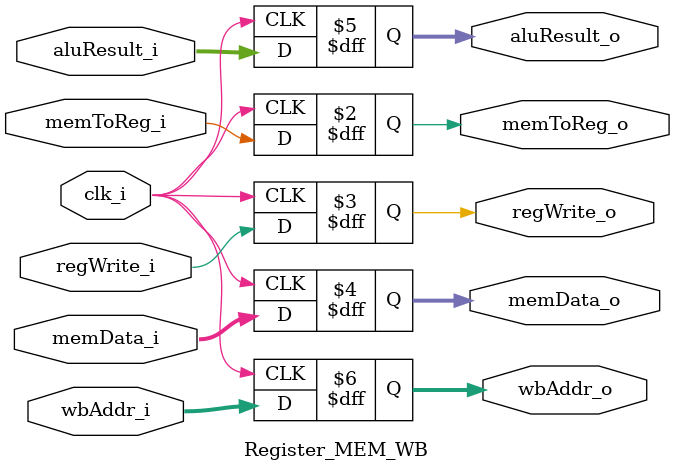
<source format=v>
module Register_MEM_WB
(
    clk_i,

    memToReg_i,
    regWrite_i,
    memData_i,
    aluResult_i,
    wbAddr_i,

    memToReg_o,
    regWrite_o,
    memData_o,
    aluResult_o,
    wbAddr_o
);

// Interface
input               clk_i;
input               memToReg_i;
input               regWrite_i;
input       [31:0]  memData_i;
input       [31:0]  aluResult_i;
input       [4:0]   wbAddr_i;

output  reg         memToReg_o;
output  reg         regWrite_o;
output  reg [31:0]  memData_o;
output  reg [31:0]  aluResult_o;
output  reg [4:0]   wbAddr_o;


// Calculation
always @ (posedge clk_i) begin
    if(clk_i)begin
        memToReg_o  <= memToReg_i;
        regWrite_o  <= regWrite_i;
        memData_o   <= memData_i;
        aluResult_o <= aluResult_i;
        wbAddr_o    <= wbAddr_i;
    end
end


endmodule
</source>
